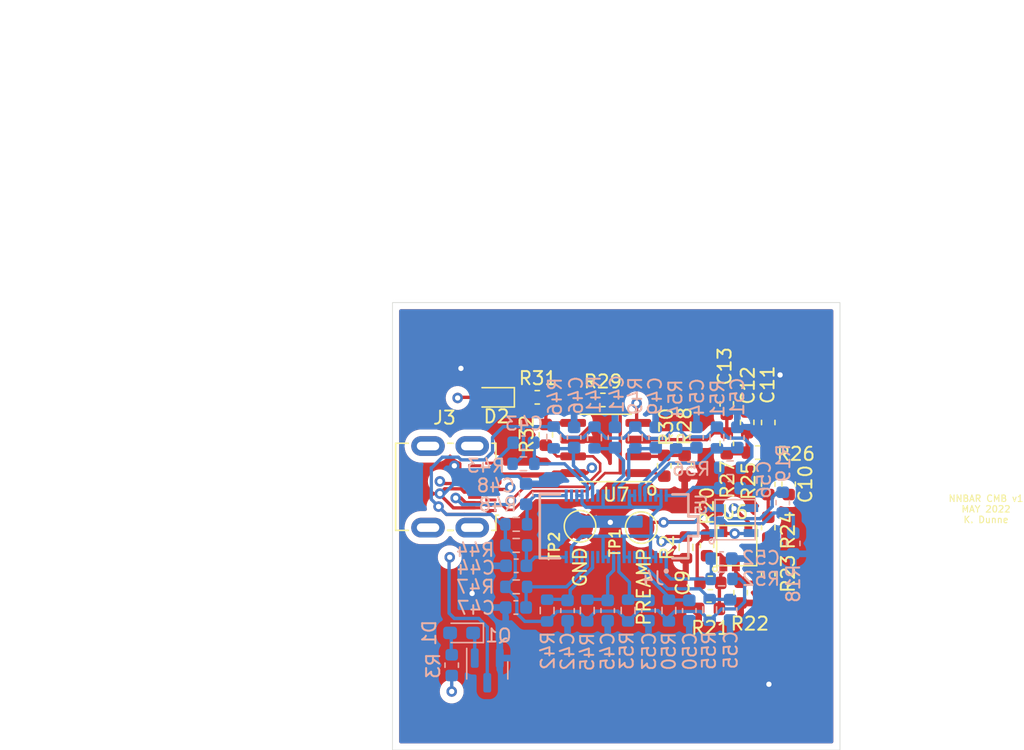
<source format=kicad_pcb>
(kicad_pcb (version 20211014) (generator pcbnew)
  (layers (0 "F.Cu" signal) (1 "In1.Cu" power) (2 "In2.Cu" power) (31 "B.Cu" signal) (34 "B.Paste" user) (35 "F.Paste" user) (36 "B.SilkS" user "B.Silkscreen") (37 "F.SilkS" user "F.Silkscreen") (38 "B.Mask" user) (39 "F.Mask" user) (44 "Edge.Cuts" user))
  (net 0 "")
  (net 1 "GND")
  (net 2 "+48V")
  (net 3 "/ka1")
  (net 4 "/-5V")
  (net 7 "/+5V")
  (net 9 "/anodes")
  (net 12 "/LED_ON")
  (net 17 "/SIPM_1_P")
  (net 18 "/SIPM_1_N")
  (net 20 "Net-(R28-Pad1)")
  (net 21 "Net-(C9-Pad1)")
  (net 22 "Net-(D1-Pad1)")
  (net 23 "Net-(D1-Pad2)")
  (net 24 "Net-(C9-Pad2)")
  (net 25 "Net-(C10-Pad1)")
  (net 26 "Net-(C11-Pad1)")
  (net 27 "Net-(C12-Pad1)")
  (net 28 "Net-(R18-Pad1)")
  (net 29 "Net-(R22-Pad1)")
  (net 30 "Net-(R23-Pad1)")
  (net 31 "/SIPM1/FILTER_OUT_1")
  (net 32 "Net-(R29-Pad1)")
  (net 33 "Net-(D2-Pad1)")
  (net 34 "/ka2")
  (net 35 "/ka3")
  (net 36 "/ka4")
  (net 37 "/kb1")
  (net 38 "/kb2")
  (net 39 "/kb3")
  (net 40 "/kb4")
  (net 41 "/kc1")
  (net 42 "/kc2")
  (net 43 "/kc3")
  (net 44 "/kc4")
  (net 45 "/kd1")
  (net 46 "/kd2")
  (net 47 "/kd3")
  (net 48 "/kd4")
  (footprint "Capacitor_SMD:C_0603_1608Metric" (layer "F.Cu") (at 124.15 121.3)
    (fp_text reference "C9")
    (fp_text value "20p")
  )
  (footprint "Resistor_SMD:R_0603_1608Metric" (layer "F.Cu") (at 123.9 118.45 -90)
    (fp_text reference "R20")
    (fp_text value "2200")
  )
  (footprint "Resistor_SMD:R_0603_1608Metric" (layer "F.Cu") (at 124.05 123.275 180)
    (fp_text reference "R21")
    (fp_text value "220")
  )
  (footprint "Resistor_SMD:R_0603_1608Metric" (layer "F.Cu") (at 126.45 122.0375 -90)
    (fp_text reference "R22")
    (fp_text value "1k")
  )
  (footprint "Resistor_SMD:R_0603_1608Metric" (layer "F.Cu") (at 122.2 112.4 -90)
    (fp_text reference "R28")
    (fp_text value "1k")
  )
  (footprint "Resistor_SMD:R_0603_1608Metric" (layer "F.Cu") (at 120.65 112.4 90)
    (fp_text reference "R30")
    (fp_text value "10k")
  )
  (footprint "Resistor_SMD:R_0603_1608Metric" (layer "F.Cu") (at 115.9875 107.4)
    (fp_text reference "R29")
    (fp_text value "100")
  )
  (footprint "nnbar-calo-prototype:OPA846" (layer "F.Cu") (at 125.137303 119.864698 90)
    (fp_text reference "U6")
    (fp_text value "OPAMP" hide)
  )
  (footprint "Package_SO:SOIC-8_3.9x4.9mm_P1.27mm" (layer "F.Cu") (at 116.2 111.05 180)
    (fp_text reference "U7")
    (fp_text value "AD8039")
  )
  (footprint "Capacitor_SMD:C_0603_1608Metric" (layer "F.Cu") (at 126.95 109.1 90)
    (fp_text reference "C12")
    (fp_text value "500p")
  )
  (footprint "Resistor_SMD:R_0603_1608Metric" (layer "F.Cu") (at 125.4 110.7 90)
    (fp_text reference "R27")
    (fp_text value "20")
  )
  (footprint "Resistor_SMD:R_0603_1608Metric" (layer "F.Cu") (at 127.75 111.4 180)
    (fp_text reference "R26")
    (fp_text value "20")
  )
  (footprint "Capacitor_SMD:C_0603_1608Metric" (layer "F.Cu") (at 128.55 109.1125 90)
    (fp_text reference "C11")
    (fp_text value "500p")
  )
  (footprint "Capacitor_SMD:C_0603_1608Metric" (layer "F.Cu") (at 125.4 107.7 90)
    (fp_text reference "C13")
    (fp_text value "500p")
  )
  (footprint "Resistor_SMD:R_0603_1608Metric" (layer "F.Cu") (at 128.55 117.1 90)
    (fp_text reference "R24")
    (fp_text value "20")
  )
  (footprint "Resistor_SMD:R_0603_1608Metric" (layer "F.Cu") (at 128.55 113.8 90)
    (fp_text reference "R25")
    (fp_text value "20")
  )
  (footprint "Resistor_SMD:R_0603_1608Metric" (layer "F.Cu") (at 128.55 120.6125 -90)
    (fp_text reference "R23")
    (fp_text value "18k")
  )
  (footprint "Capacitor_SMD:C_0603_1608Metric" (layer "F.Cu") (at 130.1 113.8 90)
    (fp_text reference "C10")
    (fp_text value "500p")
  )
  (footprint "Resistor_SMD:R_0603_1608Metric" (layer "F.Cu") (at 111.65 110.05 90)
    (fp_text reference "R32")
    (fp_text value "100")
  )
  (footprint "Resistor_SMD:R_0603_1608Metric" (layer "F.Cu") (at 111 107.2 180)
    (fp_text reference "R31")
    (fp_text value "100")
  )
  (footprint "Diode_SMD:D_0603_1608Metric_Pad1.05x0.95mm_HandSolder" (layer "F.Cu") (at 107.6 107.2 180)
    (fp_text reference "D2")
    (fp_text value "D_Zener")
  )
  (footprint "TestPoint:TestPoint_Pad_D2.0mm" (layer "F.Cu") (at 114.25 117 180)
    (fp_text reference "TP2")
    (fp_text value "GND")
  )
  (footprint "Connector_HDMI:HDMI_Micro-D_Molex_46765-1x01" (layer "F.Cu") (at 102.7 114 -90)
    (fp_text reference "J3")
    (fp_text value "Conn_01x15_Female")
  )
  (footprint "Resistor_SMD:R_0603_1608Metric" (layer "F.Cu") (at 122.3 118.6 90)
    (fp_text reference "R2")
    (fp_text value "R_LOAD")
  )
  (footprint "TestPoint:TestPoint_Pad_D2.0mm" (layer "F.Cu") (at 118.9 117.1 180)
    (fp_text reference "TP1")
    (fp_text value "PREAMP_OUT")
  )
  (footprint "Diode_SMD:D_0603_1608Metric_Pad1.05x0.95mm_HandSolder" (layer "B.Cu") (at 105.25 125.1 180)
    (fp_text reference "D1")
    (fp_text value "LED")
  )
  (footprint "Resistor_SMD:R_0603_1608Metric" (layer "B.Cu") (at 130.45 118.3 -90)
    (fp_text reference "R18")
    (fp_text value "51")
  )
  (footprint "Resistor_SMD:R_0603_1608Metric" (layer "B.Cu") (at 129.65 115.2 -90)
    (fp_text reference "R19")
    (fp_text value "1k")
  )
  (footprint "nnbar-calo-prototype:OPA846" (layer "B.Cu") (at 126.032302 116.496697)
    (fp_text reference "U5")
    (fp_text value "OPAMP" hide)
  )
  (footprint "Resistor_SMD:R_0603_1608Metric" (layer "B.Cu") (at 104.5 127.55 -90)
    (fp_text reference "R3")
    (fp_text value "R_Small")
  )
  (footprint "Capacitor_SMD:C_0603_1608Metric" (layer "B.Cu") (at 125.65 123.35 -90)
    (fp_text reference "C55")
    (fp_text value "C_Small")
  )
  (footprint "Resistor_SMD:R_0603_1608Metric" (layer "B.Cu") (at 115.35 110.25 -90)
    (fp_text reference "R41")
    (fp_text value "R_Small")
  )
  (footprint "Capacitor_SMD:C_0603_1608Metric" (layer "B.Cu") (at 113.3 123.4 -90)
    (fp_text reference "C42")
    (fp_text value "C_Small")
  )
  (footprint "Capacitor_SMD:C_0603_1608Metric" (layer "B.Cu") (at 122.55 123.4 -90)
    (fp_text reference "C50")
    (fp_text value "C_Small")
  )
  (footprint "Capacitor_SMD:C_0603_1608Metric" (layer "B.Cu") (at 113.8 110.25 90)
    (fp_text reference "C46")
    (fp_text value "C_Small")
  )
  (footprint "Resistor_SMD:R_0603_1608Metric" (layer "B.Cu") (at 121.55 110.25 -90)
    (fp_text reference "R54")
    (fp_text value "R_Small")
  )
  (footprint "Capacitor_SMD:C_0603_1608Metric" (layer "B.Cu") (at 109.95 110.65 180)
    (fp_text reference "C43")
    (fp_text value "C_Small")
  )
  (footprint "Resistor_SMD:R_0603_1608Metric" (layer "B.Cu") (at 111.75 123.4 90)
    (fp_text reference "R42")
    (fp_text value "R_Small")
  )
  (footprint "Resistor_SMD:R_0603_1608Metric" (layer "B.Cu") (at 112.25 110.25 -90)
    (fp_text reference "R46")
    (fp_text value "R_Small")
  )
  (footprint "Capacitor_SMD:C_0603_1608Metric" (layer "B.Cu") (at 116.35 123.4 -90)
    (fp_text reference "C45")
    (fp_text value "C_Small")
  )
  (footprint "Capacitor_SMD:C_0603_1608Metric" (layer "B.Cu") (at 123.1 110.25 90)
    (fp_text reference "C54")
    (fp_text value "C_Small")
  )
  (footprint "Package_TO_SOT_SMD:SOT-23" (layer "B.Cu") (at 107.2 127.95 -90)
    (fp_text reference "Q1")
    (fp_text value "BSR58")
  )
  (footprint "Capacitor_SMD:C_0603_1608Metric" (layer "B.Cu") (at 120 110.25 90)
    (fp_text reference "C49")
    (fp_text value "C_Small")
  )
  (footprint "Capacitor_SMD:C_0603_1608Metric" (layer "B.Cu") (at 110.15 114.55 90)
    (fp_text reference "C48")
    (fp_text value "C_Small")
  )
  (footprint "Resistor_SMD:R_0603_1608Metric" (layer "B.Cu") (at 124.1 123.35 90)
    (fp_text reference "R55")
    (fp_text value "R_Small")
  )
  (footprint "Resistor_SMD:R_0603_1608Metric" (layer "B.Cu") (at 109.4 118.45)
    (fp_text reference "R44")
    (fp_text value "R_Small")
  )
  (footprint "Capacitor_SMD:C_0603_1608Metric" (layer "B.Cu") (at 125 119.45)
    (fp_text reference "C52")
    (fp_text value "C_Small")
  )
  (footprint "Capacitor_SMD:C_0603_1608Metric" (layer "B.Cu") (at 125.65 114.1)
    (fp_text reference "C56")
    (fp_text value "C_Small")
  )
  (footprint "Resistor_SMD:R_0603_1608Metric" (layer "B.Cu") (at 109.95 112.25)
    (fp_text reference "R43")
    (fp_text value "R_Small")
  )
  (footprint "Capacitor_SMD:C_0603_1608Metric" (layer "B.Cu") (at 116.9 110.25 90)
    (fp_text reference "C41")
    (fp_text value "C_Small")
  )
  (footprint "Capacitor_SMD:C_0603_1608Metric" (layer "B.Cu") (at 126.2 110.25 90)
    (fp_text reference "C51")
    (fp_text value "C_Small")
  )
  (footprint "Resistor_SMD:R_0603_1608Metric" (layer "B.Cu") (at 109.4 116.85)
    (fp_text reference "R48")
    (fp_text value "R_Small")
  )
  (footprint "Resistor_SMD:R_0603_1608Metric" (layer "B.Cu") (at 118.45 110.25 -90)
    (fp_text reference "R49")
    (fp_text value "R_Small")
  )
  (footprint "Resistor_SMD:R_0603_1608Metric" (layer "B.Cu") (at 109.4 121.6)
    (fp_text reference "R47")
    (fp_text value "R_Small")
  )
  (footprint "Capacitor_SMD:C_0603_1608Metric" (layer "B.Cu") (at 109.4 120 180)
    (fp_text reference "C44")
    (fp_text value "C_Small")
  )
  (footprint "Capacitor_SMD:C_0603_1608Metric" (layer "B.Cu") (at 109.375 123.1675 180)
    (fp_text reference "C47")
    (fp_text value "C_Small")
  )
  (footprint "Resistor_SMD:R_0603_1608Metric" (layer "B.Cu") (at 125 121 180)
    (fp_text reference "R52")
    (fp_text value "R_Small")
  )
  (footprint "Resistor_SMD:R_0603_1608Metric" (layer "B.Cu") (at 117.9 123.4 90)
    (fp_text reference "R53")
    (fp_text value "R_Small")
  )
  (footprint "Resistor_SMD:R_0603_1608Metric" (layer "B.Cu") (at 114.8 123.4 90)
    (fp_text reference "R45")
    (fp_text value "R_Small")
  )
  (footprint "Resistor_SMD:R_0603_1608Metric" (layer "B.Cu") (at 121 123.4 90)
    (fp_text reference "R50")
    (fp_text value "R_Small")
  )
  (footprint "SS4-20-3:SAMTEC_SS4-20-3.00-X-D-K-TR" (layer "B.Cu") (at 117 117)
    (fp_text reference "J4")
    (fp_text value "SS4-20-3.00-X-D-K-TR")
  )
  (footprint "Resistor_SMD:R_0603_1608Metric" (layer "B.Cu") (at 124.65 110.25 -90)
    (fp_text reference "R51")
    (fp_text value "R_Small")
  )
  (footprint "Capacitor_SMD:C_0603_1608Metric" (layer "B.Cu") (at 119.45 123.4 -90)
    (fp_text reference "C53")
    (fp_text value "C_Small")
  )
  (footprint "Resistor_SMD:R_0603_1608Metric" (layer "B.Cu") (at 125.65 112.55 180)
    (fp_text reference "R56")
    (fp_text value "R_Small")
  )
  (gr_rect (start 100 100) (end 134 134) (layer "Edge.Cuts") (width 0.05) (fill none))
  (gr_text "NNBAR CMB v1\nMAY 2022\nK. Dunne" (at 145.094 115.694) (layer "F.SilkS") (effects (font (size 0.5 0.5) (thickness 0.08))))
  (gr_text "o" (at 119.7 114.15) (layer "F.SilkS") (effects (font (size 1 1))))
  (gr_text "GND" (at 114.25 120.1 90) (layer "F.SilkS") (effects (font (size 1 1))))
  (gr_text "PREAMP" (at 119.1 121.6 90) (layer "F.SilkS") (effects (font (size 1 1))))
  (segment (start 106.25 113.2) (end 106.25 113.6) (width 0.254) (layer "F.Cu") (net 1))
  (segment (start 103.964308 114.151511) (end 103.6015 114.514319) (width 0.25) (layer "F.Cu") (net 1))
  (segment (start 106.95 113.4) (end 107.475 113.4) (width 0.254) (layer "F.Cu") (net 1))
  (segment (start 106.25 115.6) (end 104.628623 115.6) (width 0.25) (layer "F.Cu") (net 1))
  (segment (start 105.45 114.4) (end 106.25 114.4) (width 0.25) (layer "F.Cu") (net 1))
  (segment (start 116 108.412835) (end 116 106.2) (width 0.25) (layer "F.Cu") (net 1))
  (segment (start 113.725 110.415) (end 113.997835 110.415) (width 0.25) (layer "F.Cu") (net 1))
  (segment (start 105.201511 114.151511) (end 105.45 114.4) (width 0.25) (layer "F.Cu") (net 1))
  (segment (start 104.628623 115.6) (end 103.6015 114.572877) (width 0.25) (layer "F.Cu") (net 1))
  (segment (start 103.6015 114.572877) (end 103.6015 114.514319) (width 0.25) (layer "F.Cu") (net 1))
  (segment (start 114.565 110.415) (end 113.725 110.415) (width 0.25) (layer "F.Cu") (net 1))
  (segment (start 107.475 113) (end 107.475 113.4) (width 0.254) (layer "F.Cu") (net 1))
  (segment (start 106.25 113.2) (end 105.5 113.2) (width 0.254) (layer "F.Cu") (net 1))
  (segment (start 106.75 113.6) (end 106.95 113.4) (width 0.254) (layer "F.Cu") (net 1))
  (segment (start 105.5 113.2) (end 104.7 112.4) (width 0.254) (layer "F.Cu") (net 1))
  (segment (start 113.997835 110.415) (end 116 108.412835) (width 0.25) (layer "F.Cu") (net 1))
  (segment (start 105.201511 114.151511) (end 103.964308 114.151511) (width 0.25) (layer "F.Cu") (net 1))
  (via (at 128.6 129) (size 0.8) (drill 0.4) (layers "F.Cu" "B.Cu") (net 1))
  (via (at 103.6015 114.514319) (size 0.8) (drill 0.4) (layers "F.Cu" "B.Cu") (net 1))
  (via (at 105.2 105) (size 0.8) (drill 0.4) (layers "F.Cu" "B.Cu") (net 1))
  (via (at 106.05 122.1) (size 0.8) (drill 0.4) (layers "F.Cu" "B.Cu") (net 1))
  (via (at 116.55 116.7) (size 0.8) (drill 0.4) (layers "F.Cu" "B.Cu") (net 1))
  (via (at 129.45 105.5) (size 0.8) (drill 0.4) (layers "F.Cu" "B.Cu") (net 1))
  (via (at 104.7 112.4) (size 0.8) (drill 0.4) (layers "F.Cu" "B.Cu") (net 1))
  (segment (start 110.15 113.775) (end 109.575 113.2) (width 0.25) (layer "B.Cu") (net 1))
  (segment (start 103.6015 114.514319) (end 103.935681 114.514319) (width 0.25) (layer "B.Cu") (net 1))
  (segment (start 109.575 113.2) (end 107.95 113.2) (width 0.25) (layer "B.Cu") (net 1))
  (segment (start 107.95 113.2) (end 107.95 111.95) (width 0.25) (layer "B.Cu") (net 1))
  (segment (start 107.95 111.95) (end 109.175 110.725) (width 0.25) (layer "B.Cu") (net 1))
  (segment (start 103.935681 114.514319) (end 104.9 113.55) (width 0.25) (layer "B.Cu") (net 1))
  (segment (start 110.375 113.725) (end 110.1 113.725) (width 0.25) (layer "B.Cu") (net 1))
  (segment (start 109.175 110.725) (end 109.175 110.65) (width 0.25) (layer "B.Cu") (net 1))
  (segment (start 104.09848 116.09848) (end 103.5 115.5) (width 0.25) (layer "F.Cu") (net 2))
  (segment (start 107.475 115.8) (end 107.17652 116.09848) (width 0.25) (layer "F.Cu") (net 2))
  (segment (start 105.45152 116.09848) (end 104.09848 116.09848) (width 0.25) (layer "F.Cu") (net 2))
  (segment (start 107.17652 116.09848) (end 105.45152 116.09848) (width 0.25) (layer "F.Cu") (net 2))
  (via (at 103.5 115.5) (size 0.8) (drill 0.4) (layers "F.Cu" "B.Cu") (net 2))
  (segment (start 124.65 109.425) (end 125.525 110.3) (width 0.254) (layer "B.Cu") (net 2))
  (segment (start 109.975 109.425) (end 110.575 109.425) (width 0.25) (layer "B.Cu") (net 2))
  (segment (start 123.875 110.2) (end 124.65 109.425) (width 0.254) (layer "B.Cu") (net 2))
  (segment (start 108.575 121.6) (end 109.44848 122.47348) (width 0.25) (layer "B.Cu") (net 2))
  (segment (start 120.65352 110.32148) (end 121.55 109.425) (width 0.254) (layer "B.Cu") (net 2))
  (segment (start 124.1 124.175) (end 124.99848 123.27652) (width 0.25) (layer "B.Cu") (net 2))
  (segment (start 102.991363 112.55) (end 103.792874 111.748489) (width 0.25) (layer "B.Cu") (net 2))
  (segment (start 111.75 124.225) (end 112.50152 123.47348) (width 0.25) (layer "B.Cu") (net 2))
  (segment (start 107.6 111.35) (end 107.6 110.25) (width 0.25) (layer "B.Cu") (net 2))
  (segment (start 118.45 109.425) (end 119.34648 110.32148) (width 0.254) (layer "B.Cu") (net 2))
  (segment (start 113.075 110.25) (end 112.25 109.425) (width 0.254) (layer "B.Cu") (net 2))
  (segment (start 103.5 115.5) (end 104.09848 116.09848) (width 0.25) (layer "B.Cu") (net 2))
  (segment (start 115.35 109.425) (end 114.525 110.25) (width 0.254) (layer "B.Cu") (net 2))
  (segment (start 114.12348 123.47348) (end 114.85 124.2) (width 0.25) (layer "B.Cu") (net 2))
  (segment (start 109.32652 120.84848) (end 109.32652 119.20152) (width 0.25) (layer "B.Cu") (net 2))
  (segment (start 120.175 123.4) (end 121 124.225) (width 0.25) (layer "B.Cu") (net 2))
  (segment (start 103.5 115.5) (end 102.95 114.95) (width 0.25) (layer "B.Cu") (net 2))
  (segment (start 126.22348 123.27652) (end 126.75 122.75) (width 0.25) (layer "B.Cu") (net 2))
  (segment (start 109.44848 122.47348) (end 109.44848 123.614881) (width 0.25) (layer "B.Cu") (net 2))
  (segment (start 121.55 109.425) (end 122.325 110.2) (width 0.254) (layer "B.Cu") (net 2))
  (segment (start 115.35 109.425) (end 116.225 110.3) (width 0.254) (layer "B.Cu") (net 2))
  (segment (start 109.125 112.25) (end 109.3 112.25) (width 0.25) (layer "B.Cu") (net 2))
  (segment (start 112.50152 123.47348) (end 114.12348 123.47348) (width 0.25) (layer "B.Cu") (net 2))
  (segment (start 109.95 111.6) (end 109.95 109.45) (width 0.25) (layer "B.Cu") (net 2))
  (segment (start 108.25 116.85) (end 108.575 116.85) (width 0.25) (layer "B.Cu") (net 2))
  (segment (start 110.058599 124.225) (end 111.75 124.225) (width 0.25) (layer "B.Cu") (net 2))
  (segment (start 117.125 123.45) (end 117.9 124.225) (width 0.25) (layer "B.Cu") (net 2))
  (segment (start 124.99848 123.27652) (end 126.22348 123.27652) (width 0.25) (layer "B.Cu") (net 2))
  (segment (start 110.575 109.425) (end 112.25 109.425) (width 0.25) (layer "B.Cu") (net 2))
  (segment (start 108.575 121.6) (end 109.32652 120.84848) (width 0.25) (layer "B.Cu") (net 2))
  (segment (start 122.325 110.2) (end 123.875 110.2) (width 0.254) (layer "B.Cu") (net 2))
  (segment (start 121 123.9) (end 121.42652 123.47348) (width 0.25) (layer "B.Cu") (net 2))
  (segment (start 116.225 110.3) (end 117.575 110.3) (width 0.254) (layer "B.Cu") (net 2))
  (segment (start 121.42652 123.47348) (end 123.39848 123.47348) (width 0.25) (layer "B.Cu") (net 2))
  (segment (start 108.425 109.425) (end 109.975 109.425) (width 0.25) (layer "B.Cu") (net 2))
  (segment (start 126.4 121) (end 125.825 121) (width 0.25) (layer "B.Cu") (net 2))
  (segment (start 126.75 122.75) (end 126.75 121.35) (width 0.25) (layer "B.Cu") (net 2))
  (segment (start 127.3 110.9) (end 127.3 111.725) (width 0.254) (layer "B.Cu") (net 2))
  (segment (start 103.792874 111.748489) (end 104.998489 111.748489) (width 0.25) (layer "B.Cu") (net 2))
  (segment (start 115.45 123.45) (end 117.125 123.45) (width 0.25) (layer "B.Cu") (net 2))
  (segment (start 114.8 124.225) (end 114.8 124.1) (width 0.25) (layer "B.Cu") (net 2))
  (segment (start 121 124.225) (end 121 123.9) (width 0.25) (layer "B.Cu") (net 2))
  (segment (start 126.75 121.35) (end 126.4 121) (width 0.25) (layer "B.Cu") (net 2))
  (segment (start 108.575 118.45) (end 108.575 116.85) (width 0.25) (layer "B.Cu") (net 2))
  (segment (start 102.95 114.95) (end 102.95 112.55) (width 0.25) (layer "B.Cu") (net 2))
  (segment (start 117.575 110.3) (end 118.45 109.425) (width 0.254) (layer "B.Cu") (net 2))
  (segment (start 109.44848 123.614881) (end 110.058599 124.225) (width 0.25) (layer "B.Cu") (net 2))
  (segment (start 109.3 112.25) (end 109.95 111.6) (width 0.25) (layer "B.Cu") (net 2))
  (segment (start 118.725 123.4) (end 120.175 123.4) (width 0.25) (layer "B.Cu") (net 2))
  (segment (start 123.39848 123.47348) (end 124.1 124.175) (width 0.25) (layer "B.Cu") (net 2))
  (segment (start 126.7 110.3) (end 127.3 110.9) (width 0.254) (layer "B.Cu") (net 2))
  (segment (start 102.95 112.55) (end 102.991363 112.55) (width 0.25) (layer "B.Cu") (net 2))
  (segment (start 114.8 124.1) (end 115.45 123.45) (width 0.25) (layer "B.Cu") (net 2))
  (segment (start 105.2 111.95) (end 107 111.95) (width 0.25) (layer "B.Cu") (net 2))
  (segment (start 127.3 111.725) (end 126.475 112.55) (width 0.254) (layer "B.Cu") (net 2))
  (segment (start 109.95 109.45) (end 109.975 109.425) (width 0.25) (layer "B.Cu") (net 2))
  (segment (start 104.09848 116.09848) (end 107.49848 116.09848) (width 0.25) (layer "B.Cu") (net 2))
  (segment (start 119.34648 110.32148) (end 120.65352 110.32148) (width 0.254) (layer "B.Cu") (net 2))
  (segment (start 125.525 110.3) (end 126.7 110.3) (width 0.254) (layer "B.Cu") (net 2))
  (segment (start 107.49848 116.09848) (end 108.25 116.85) (width 0.25) (layer "B.Cu") (net 2))
  (segment (start 104.998489 111.748489) (end 105.2 111.95) (width 0.25) (layer "B.Cu") (net 2))
  (segment (start 107 111.95) (end 107.6 111.35) (width 0.25) (layer "B.Cu") (net 2))
  (segment (start 117.9 124.225) (end 118.725 123.4) (width 0.25) (layer "B.Cu") (net 2))
  (segment (start 107.6 110.25) (end 108.425 109.425) (width 0.25) (layer "B.Cu") (net 2))
  (segment (start 109.32652 119.20152) (end 108.575 118.45) (width 0.25) (layer "B.Cu") (net 2))
  (segment (start 114.525 110.25) (end 113.075 110.25) (width 0.254) (layer "B.Cu") (net 2))
  (segment (start 115.35 111.1) (end 116.75 111.1) (width 0.254) (layer "B.Cu") (net 3))
  (segment (start 117.55 113.15) (end 116.8 113.9) (width 0.254) (layer "B.Cu") (net 3))
  (segment (start 117.55 112) (end 117.55 113.15) (width 0.254) (layer "B.Cu") (net 3))
  (segment (start 116.725 111.175) (end 117.55 112) (width 0.254) (layer "B.Cu") (net 3))
  (segment (start 116.8 113.9) (end 116.8 114.665) (width 0.254) (layer "B.Cu") (net 3))
  (segment (start 127.037303 116.687303) (end 127.037303 117.264698) (width 0.25) (layer "F.Cu") (net 4))
  (segment (start 108.8 114.2) (end 108.95 114.05) (width 0.254) (layer "F.Cu") (net 4))
  (segment (start 106.725 107.2) (end 105 107.2) (width 0.254) (layer "F.Cu") (net 4))
  (segment (start 127.037303 116.687303) (end 126 115.65) (width 0.25) (layer "F.Cu") (net 4))
  (segment (start 107.475 114.2) (end 108.8 114.2) (width 0.254) (layer "F.Cu") (net 4))
  (segment (start 126 115.65) (end 125.95 115.65) (width 0.25) (layer "F.Cu") (net 4))
  (segment (start 118.55 109.02) (end 118.675 109.145) (width 0.25) (layer "F.Cu") (net 4))
  (segment (start 118.55 107.65) (end 118.55 109.02) (width 0.25) (layer "F.Cu") (net 4))
  (segment (start 106.7 107.225) (end 106.725 107.2) (width 0.254) (layer "F.Cu") (net 4))
  (segment (start 105 107.2) (end 104.95 107.25) (width 0.254) (layer "F.Cu") (net 4))
  (via (at 108.95 114.05) (size 0.8) (drill 0.4) (layers "F.Cu" "B.Cu") (net 4))
  (via (at 104.95 107.25) (size 0.8) (drill 0.4) (layers "F.Cu" "B.Cu") (net 4))
  (via (at 125.95 115.65) (size 0.8) (drill 0.4) (layers "F.Cu" "B.Cu") (net 4))
  (via (at 118.55 107.65) (size 0.8) (drill 0.4) (layers "F.Cu" "B.Cu") (net 4))
  (segment (start 125.987303 115.612697) (end 125.95 115.65) (width 0.25) (layer "B.Cu") (net 4))
  (segment (start 127.235302 115.612697) (end 125.987303 115.612697) (width 0.25) (layer "B.Cu") (net 4))
  (segment (start 108.05 113.8) (end 108.1 113.75) (width 0.254) (layer "F.Cu") (net 7))
  (segment (start 126 117.55) (end 125.422605 117.55) (width 0.25) (layer "F.Cu") (net 7))
  (segment (start 107.475 113.8) (end 108.05 113.8) (width 0.254) (layer "F.Cu") (net 7))
  (segment (start 108.153511 113.696489) (end 108.153511 113.1) (width 0.254) (layer "F.Cu") (net 7))
  (segment (start 115.15 112.55) (end 114.745 112.955) (width 0.25) (layer "F.Cu") (net 7))
  (segment (start 108.1 113.75) (end 108.153511 113.696489) (width 0.254) (layer "F.Cu") (net 7))
  (segment (start 114.745 112.955) (end 113.725 112.955) (width 0.25) (layer "F.Cu") (net 7))
  (segment (start 112.295 112.955) (end 113.725 112.955) (width 0.4) (layer "F.Cu") (net 7))
  (segment (start 125.422605 117.55) (end 125.137303 117.264698) (width 0.25) (layer "F.Cu") (net 7))
  (segment (start 112.15 113.1) (end 112.295 112.955) (width 0.4) (layer "F.Cu") (net 7))
  (segment (start 108.226511 113.1) (end 112.15 113.1) (width 0.4) (layer "F.Cu") (net 7))
  (via (at 115.15 112.55) (size 0.8) (drill 0.4) (layers "F.Cu" "B.Cu") (net 7))
  (via (at 104.5 129.55) (size 0.8) (drill 0.4) (layers "F.Cu" "B.Cu") (net 7))
  (via (at 126 117.55) (size 0.8) (drill 0.4) (layers "F.Cu" "B.Cu") (net 7))
  (segment (start 126 117.55) (end 127.197999 117.55) (width 0.25) (layer "B.Cu") (net 7))
  (segment (start 127.197999 117.55) (end 127.235302 117.512697) (width 0.25) (layer "B.Cu") (net 7))
  (segment (start 104.5 128.3375) (end 104.5 129.55) (width 0.254) (layer "B.Cu") (net 7))
  (segment (start 120.825 117.775) (end 120.45 118.15) (width 0.254) (layer "F.Cu") (net 9))
  (segment (start 122.3 117.775) (end 120.825 117.775) (width 0.254) (layer "F.Cu") (net 9))
  (via (at 120.45 118.15) (size 0.8) (drill 0.4) (layers "F.Cu" "B.Cu") (net 9))
  (segment (start 119.6 119.335) (end 120 119.335) (width 0.254) (layer "B.Cu") (net 9))
  (segment (start 117.6 117.8) (end 117.65 117.75) (width 0.254) (layer "B.Cu") (net 9))
  (segment (start 121.825394 118.15) (end 120.45 118.15) (width 0.254) (layer "B.Cu") (net 9))
  (segment (start 114.4 115.25) (end 114.4 114.665) (width 0.254) (layer "B.Cu") (net 9))
  (segment (start 116 115.45) (end 116.1 115.55) (width 0.254) (layer "B.Cu") (net 9))
  (segment (start 117.6 119.335) (end 118 119.335) (width 0.254) (layer "B.Cu") (net 9))
  (segment (start 117.6 119.335) (end 117.6 117.8) (width 0.254) (layer "B.Cu") (net 9))
  (segment (start 119.65 117.75) (end 118.05 117.75) (width 0.254) (layer "B.Cu") (net 9))
  (segment (start 118.05 117.75) (end 117.65 117.75) (width 0.254) (layer "B.Cu") (net 9))
  (segment (start 121.825394 118.15) (end 122.462697 117.512697) (width 0.254) (layer "B.Cu") (net 9))
  (segment (start 113.6 119.335) (end 114 119.335) (width 0.254) (layer "B.Cu") (net 9))
  (segment (start 120.35 115.55) (end 119.65 116.25) (width 0.254) (layer "B.Cu") (net 9))
  (segment (start 116 114.665) (end 116.4 114.665) (width 0.254) (layer "B.Cu") (net 9))
  (segment (start 117.65 117.75) (end 116 117.75) (width 0.254) (layer "B.Cu") (net 9))
  (segment (start 114.4 117.75) (end 113.6 118.55) (width 0.254) (layer "B.Cu") (net 9))
  (segment (start 116 117.75) (end 114.4 117.75) (width 0.254) (layer "B.Cu") (net 9))
  (segment (start 120.4 115.5) (end 120.35 115.55) (width 0.254) (layer "B.Cu") (net 9))
  (segment (start 116 119.335) (end 116.4 119.335) (width 0.254) (layer "B.Cu") (net 9))
  (segment (start 120 114.665) (end 120.4 114.665) (width 0.254) (layer "B.Cu") (net 9))
  (segment (start 119.65 116.25) (end 119.65 117.75) (width 0.254) (layer "B.Cu") (net 9))
  (segment (start 113.6 118.55) (end 113.6 119.335) (width 0.254) (layer "B.Cu") (net 9))
  (segment (start 118 114.665) (end 118 115.35) (width 0.254) (layer "B.Cu") (net 9))
  (segment (start 114.7 115.55) (end 114.4 115.25) (width 0.254) (layer "B.Cu") (net 9))
  (segment (start 120.4 114.665) (end 120.4 115.5) (width 0.254) (layer "B.Cu") (net 9))
  (segment (start 114 114.665) (end 114.4 114.665) (width 0.254) (layer "B.Cu") (net 9))
  (segment (start 116 119.335) (end 116 117.75) (width 0.254) (layer "B.Cu") (net 9))
  (segment (start 116.1 115.55) (end 114.7 115.55) (width 0.254) (layer "B.Cu") (net 9))
  (segment (start 119.65 117.75) (end 120.05 117.75) (width 0.254) (layer "B.Cu") (net 9))
  (segment (start 118 114.665) (end 118.4 114.665) (width 0.254) (layer "B.Cu") (net 9))
  (segment (start 122.462697 117.512697) (end 124.635302 117.512697) (width 0.254) (layer "B.Cu") (net 9))
  (segment (start 120.05 117.75) (end 120.45 118.15) (width 0.254) (layer "B.Cu") (net 9))
  (segment (start 118 115.35) (end 118.2 115.55) (width 0.254) (layer "B.Cu") (net 9))
  (segment (start 117.95 115.55) (end 116.1 115.55) (width 0.254) (layer "B.Cu") (net 9))
  (segment (start 116 114.665) (end 116 115.45) (width 0.254) (layer "B.Cu") (net 9))
  (segment (start 120.35 115.55) (end 118.2 115.55) (width 0.254) (layer "B.Cu") (net 9))
  (segment (start 118.2 115.55) (end 117.95 115.55) (width 0.254) (layer "B.Cu") (net 9))
  (segment (start 119.6 117.8) (end 119.65 117.75) (width 0.254) (layer "B.Cu") (net 9))
  (segment (start 119.6 119.335) (end 119.6 117.8) (width 0.254) (layer "B.Cu") (net 9))
  (segment (start 104.1 113.75) (end 103.763684 113.75) (width 0.25) (layer "F.Cu") (net 12))
  (segment (start 106.25 114) (end 105.6 114) (width 0.25) (layer "F.Cu") (net 12))
  (segment (start 105.6 114) (end 105.35 113.75) (width 0.25) (layer "F.Cu") (net 12))
  (segment (start 105.35 113.75) (end 104.1 113.75) (width 0.25) (layer "F.Cu") (net 12))
  (segment (start 103.763684 113.75) (end 103.6015 113.587816) (width 0.25) (layer "F.Cu") (net 12))
  (via (at 104.35 119.35) (size 0.8) (drill 0.4) (layers "F.Cu" "B.Cu") (net 12))
  (via (at 103.6015 113.587816) (size 0.8) (drill 0.4) (layers "F.Cu" "B.Cu") (net 12))
  (segment (start 107.2 124.65) (end 107.2 128.8875) (width 0.254) (layer "B.Cu") (net 12))
  (segment (start 104.7 124) (end 106.55 124) (width 0.254) (layer "B.Cu") (net 12))
  (segment (start 104.3 119.4) (end 104.3 123.6) (width 0.254) (layer "B.Cu") (net 12))
  (segment (start 104.35 119.35) (end 104.3 119.4) (width 0.254) (layer "B.Cu") (net 12))
  (segment (start 106.55 124) (end 107.2 124.65) (width 0.254) (layer "B.Cu") (net 12))
  (segment (start 104.3 123.6) (end 104.7 124) (width 0.254) (layer "B.Cu") (net 12))
  (segment (start 117.305 111.857835) (end 117.305 107.93) (width 0.25) (layer "F.Cu") (net 17))
  (segment (start 120.005 112.955) (end 118.675 112.955) (width 0.2) (layer "F.Cu") (net 17))
  (segment (start 109.186021 115.75) (end 110.609501 114.32652) (width 0.2) (layer "F.Cu") (net 17))
  (segment (start 108.7 115.75) (end 109.186021 115.75) (width 0.2) (layer "F.Cu") (net 17))
  (segment (start 117.305 111.857835) (end 117.305 112.955) (width 0.25) (layer "F.Cu") (net 17))
  (segment (start 107.475 115.4) (end 108.35 115.4) (width 0.2) (layer "F.Cu") (net 17))
  (segment (start 110.609501 114.32652) (end 114.77348 114.32652) (width 0.2) (layer "F.Cu") (net 17))
  (segment (start 117.305 112.955) (end 118.675 112.955) (width 0.2) (layer "F.Cu") (net 17))
  (segment (start 120.65 113.1875) (end 120.2375 113.1875) (width 0.2) (layer "F.Cu") (net 17))
  (segment (start 116.145 112.955) (end 117.305 112.955) (width 0.2) (layer "F.Cu") (net 17))
  (segment (start 118.675 112.955) (end 118.645 112.955) (width 0.2) (layer "F.Cu") (net 17))
  (segment (start 108.35 115.4) (end 108.7 115.75) (width 0.2) (layer "F.Cu") (net 17))
  (segment (start 117.305 107.93) (end 116.775 107.4) (width 0.25) (layer "F.Cu") (net 17))
  (segment (start 114.77348 114.32652) (end 116.145 112.955) (width 0.2) (layer "F.Cu") (net 17))
  (segment (start 120.2375 113.1875) (end 120.005 112.955) (width 0.2) (layer "F.Cu") (net 17))
  (segment (start 115.235 111.685) (end 115.776511 112.226511) (width 0.2) (layer "F.Cu") (net 18))
  (segment (start 110.05 114) (end 109 115.05) (width 0.2) (layer "F.Cu") (net 18))
  (segment (start 113.725 111.685) (end 112.4975 111.685) (width 0.2) (layer "F.Cu") (net 18))
  (segment (start 113.725 111.685) (end 115.235 111.685) (width 0.2) (layer "F.Cu") (net 18))
  (segment (start 105.55 115.2) (end 105.2 114.85) (width 0.25) (layer "F.Cu") (net 18))
  (segment (start 114.586021 114) (end 110.05 114) (width 0.2) (layer "F.Cu") (net 18))
  (segment (start 112.4975 111.685) (end 111.65 110.8375) (width 0.2) (layer "F.Cu") (net 18))
  (segment (start 115.776511 112.226511) (end 115.776511 112.80951) (width 0.2) (layer "F.Cu") (net 18))
  (segment (start 105.2 114.85) (end 104.8 114.85) (width 0.25) (layer "F.Cu") (net 18))
  (segment (start 106.25 115.2) (end 105.55 115.2) (width 0.25) (layer "F.Cu") (net 18))
  (segment (start 115.776511 112.80951) (end 114.586021 114) (width 0.2) (layer "F.Cu") (net 18))
  (via (at 104.8 114.85) (size 0.8) (drill 0.4) (layers "F.Cu" "B.Cu") (net 18))
  (via (at 109 115.05) (size 0.8) (drill 0.4) (layers "F.Cu" "B.Cu") (net 18))
  (segment (start 104.8 114.85) (end 105.29544 115.34544) (width 0.25) (layer "B.Cu") (net 18))
  (segment (start 108.70456 115.34544) (end 109 115.05) (width 0.25) (layer "B.Cu") (net 18))
  (segment (start 105.29544 115.34544) (end 108.70456 115.34544) (width 0.25) (layer "B.Cu") (net 18))
  (segment (start 120.65 111.6125) (end 122.2 111.6125) (width 0.254) (layer "F.Cu") (net 20))
  (segment (start 118.675 111.685) (end 120.5775 111.685) (width 0.254) (layer "F.Cu") (net 20))
  (segment (start 120.5775 111.685) (end 120.65 111.6125) (width 0.254) (layer "F.Cu") (net 20))
  (segment (start 123.15 118.4125) (end 123.15 121.0875) (width 0.254) (layer "F.Cu") (net 21))
  (segment (start 123.45 116.65) (end 120.65 116.65) (width 0.254) (layer "F.Cu") (net 21))
  (segment (start 120.65 116.65) (end 120.6 116.7) (width 0.254) (layer "F.Cu") (net 21))
  (segment (start 123.15 118.4125) (end 123.9 117.6625) (width 0.254) (layer "F.Cu") (net 21))
  (segment (start 123.15 121.0875) (end 123.3625 121.3) (width 0.254) (layer "F.Cu") (net 21))
  (segment (start 120.6 116.7) (end 119.3 116.7) (width 0.254) (layer "F.Cu") (net 21))
  (segment (start 123.9 117.1) (end 123.45 116.65) (width 0.254) (layer "F.Cu") (net 21))
  (segment (start 123.9 117.6625) (end 123.9 117.1) (width 0.254) (layer "F.Cu") (net 21))
  (segment (start 119.3 116.7) (end 118.9 117.1) (width 0.254) (layer "F.Cu") (net 21))
  (via (at 120.6 116.7) (size 0.8) (drill 0.4) (layers "F.Cu" "B.Cu") (net 21))
  (segment (start 128.85 114.8) (end 129.2375 114.4125) (width 0.254) (layer "B.Cu") (net 21))
  (segment (start 125.438813 116.300677) (end 125.557616 116.41948) (width 0.254) (layer "B.Cu") (net 21))
  (segment (start 125.438813 116.15) (end 125.438813 116.300677) (width 0.254) (layer "B.Cu") (net 21))
  (segment (start 124.635302 115.612697) (end 124.037303 115.612697) (width 0.254) (layer "B.Cu") (net 21))
  (segment (start 124.037303 115.612697) (end 122.95 116.7) (width 0.254) (layer "B.Cu") (net 21))
  (segment (start 128.85 115.5) (end 128.85 114.8) (width 0.254) (layer "B.Cu") (net 21))
  (segment (start 125.012697 115.612697) (end 124.635302 115.612697) (width 0.254) (layer "B.Cu") (net 21))
  (segment (start 122.95 116.7) (end 120.6 116.7) (width 0.254) (layer "B.Cu") (net 21))
  (segment (start 127.93052 116.41948) (end 128.85 115.5) (width 0.254) (layer "B.Cu") (net 21))
  (segment (start 129.2375 114.4125) (end 129.65 114.4125) (width 0.254) (layer "B.Cu") (net 21))
  (segment (start 125.557616 116.41948) (end 127.93052 116.41948) (width 0.254) (layer "B.Cu") (net 21))
  (segment (start 124.90151 115.612697) (end 125.438813 116.15) (width 0.254) (layer "B.Cu") (net 21))
  (segment (start 124.635302 115.612697) (end 124.90151 115.612697) (width 0.254) (layer "B.Cu") (net 21))
  (segment (start 106.25 127.0125) (end 106.25 125.3125) (width 0.254) (layer "B.Cu") (net 22))
  (segment (start 106.25 125.3125) (end 106.0375 125.1) (width 0.254) (layer "B.Cu") (net 22))
  (segment (start 104.4625 126.725) (end 104.5 126.7625) (width 0.254) (layer "B.Cu") (net 23))
  (segment (start 104.4625 125.1) (end 104.4625 126.725) (width 0.254) (layer "B.Cu") (net 23))
  (segment (start 124.8375 121.4) (end 124.9375 121.3) (width 0.254) (layer "F.Cu") (net 24))
  (segment (start 125.137303 120.462697) (end 124.9375 120.6625) (width 0.254) (layer "F.Cu") (net 24))
  (segment (start 125.137303 119.387303) (end 124.9 119.15) (width 0.254) (layer "F.Cu") (net 24))
  (segment (start 123.9875 119.15) (end 123.9 119.2375) (width 0.254) (layer "F.Cu") (net 24))
  (segment (start 125.137303 119.864698) (end 125.137303 120.462697) (width 0.254) (layer "F.Cu") (net 24))
  (segment (start 124.9375 120.6625) (end 124.9375 121.3) (width 0.254) (layer "F.Cu") (net 24))
  (segment (start 124.8375 123.275) (end 124.8375 121.4) (width 0.254) (layer "F.Cu") (net 24))
  (segment (start 124.9 119.15) (end 123.9875 119.15) (width 0.254) (layer "F.Cu") (net 24))
  (segment (start 125.137303 119.864698) (end 125.137303 119.387303) (width 0.254) (layer "F.Cu") (net 24))
  (segment (start 128.55 116.3125) (end 128.55 114.5875) (width 0.254) (layer "F.Cu") (net 25))
  (segment (start 128.55 114.5875) (end 130.05 114.5875) (width 0.254) (layer "F.Cu") (net 25))
  (segment (start 128.55 109.9) (end 128.55 111.3875) (width 0.254) (layer "F.Cu") (net 26))
  (segment (start 128.55 111.4125) (end 128.5375 111.4) (width 0.254) (layer "F.Cu") (net 26))
  (segment (start 128.55 111.3875) (end 128.5375 111.4) (width 0.254) (layer "F.Cu") (net 26))
  (segment (start 128.55 113.0125) (end 128.55 111.4125) (width 0.254) (layer "F.Cu") (net 26))
  (segment (start 125.4 111.4875) (end 126.875 111.4875) (width 0.254) (layer "F.Cu") (net 27))
  (segment (start 126.85 111.2875) (end 126.9625 111.4) (width 0.254) (layer "F.Cu") (net 27))
  (segment (start 126.95 109.9375) (end 126.95 111.2875) (width 0.254) (layer "F.Cu") (net 27))
  (segment (start 126.875 111.4875) (end 126.9625 111.4) (width 0.254) (layer "F.Cu") (net 27))
  (segment (start 128.15 116.8) (end 128.9625 115.9875) (width 0.254) (layer "B.Cu") (net 28))
  (segment (start 128.9625 115.9875) (end 129.65 115.9875) (width 0.254) (layer "B.Cu") (net 28))
  (segment (start 125.162697 116.562697) (end 125.4 116.8) (width 0.254) (layer "B.Cu") (net 28))
  (segment (start 130.45 116.25) (end 130.45 117.5125) (width 0.254) (layer "B.Cu") (net 28))
  (segment (start 124.635302 116.562697) (end 125.162697 116.562697) (width 0.254) (layer "B.Cu") (net 28))
  (segment (start 125.4 116.8) (end 128.15 116.8) (width 0.254) (layer "B.Cu") (net 28))
  (segment (start 130.1875 115.9875) (end 130.45 116.25) (width 0.254) (layer "B.Cu") (net 28))
  (segment (start 129.65 115.9875) (end 130.1875 115.9875) (width 0.254) (layer "B.Cu") (net 28))
  (segment (start 126.45 120.85) (end 126.087303 120.487303) (width 0.254) (layer "F.Cu") (net 29))
  (segment (start 126.45 121.25) (end 126.45 120.85) (width 0.254) (layer "F.Cu") (net 29))
  (segment (start 126.087303 120.487303) (end 126.087303 119.864698) (width 0.254) (layer "F.Cu") (net 29))
  (segment (start 128.4 121.25) (end 128.55 121.4) (width 0.254) (layer "F.Cu") (net 29))
  (segment (start 126.45 121.25) (end 128.4 121.25) (width 0.254) (layer "F.Cu") (net 29))
  (segment (start 128.55 119.825) (end 127.077001 119.825) (width 0.254) (layer "F.Cu") (net 30))
  (segment (start 127.077001 119.825) (end 127.037303 119.864698) (width 0.254) (layer "F.Cu") (net 30))
  (segment (start 128.55 117.8875) (end 128.55 119.825) (width 0.254) (layer "F.Cu") (net 30))
  (segment (start 123.885 110.415) (end 124.4 109.9) (width 0.254) (layer "F.Cu") (net 31))
  (segment (start 118.675 110.415) (end 123.885 110.415) (width 0.254) (layer "F.Cu") (net 31))
  (segment (start 124.4 109.9) (end 125.3875 109.9) (width 0.254) (layer "F.Cu") (net 31))
  (segment (start 125.4 108.4875) (end 125.4 109.9125) (width 0.254) (layer "F.Cu") (net 31))
  (segment (start 125.3875 109.9) (end 125.4 109.9125) (width 0.254) (layer "F.Cu") (net 31))
  (segment (start 111.8 108.4) (end 111.8 107.2125) (width 0.254) (layer "F.Cu") (net 32))
  (segment (start 113.725 107.825) (end 113.725 109.145) (width 0.25) (layer "F.Cu") (net 32))
  (segment (start 111.65 109.2625) (end 111.65 108.55) (width 0.254) (layer "F.Cu") (net 32))
  (segment (start 115.2 107.4) (end 114.15 107.4) (width 0.25) (layer "F.Cu") (net 32))
  (segment (start 111.7675 109.145) (end 111.65 109.2625) (width 0.254) (layer "F.Cu") (net 32))
  (segment (start 114.15 107.4) (end 113.725 107.825) (width 0.25) (layer "F.Cu") (net 32))
  (segment (start 111.65 108.55) (end 111.8 108.4) (width 0.254) (layer "F.Cu") (net 32))
  (segment (start 111.8 107.2125) (end 111.7875 107.2) (width 0.254) (layer "F.Cu") (net 32))
  (segment (start 113.725 109.145) (end 111.7675 109.145) (width 0.254) (layer "F.Cu") (net 32))
  (segment (start 110.2125 107.2) (end 108.475 107.2) (width 0.254) (layer "F.Cu") (net 33))
  (segment (start 113.5 122.55) (end 113.5 121.85) (width 0.254) (layer "B.Cu") (net 34))
  (segment (start 113.5 121.85) (end 115.2 120.15) (width 0.254) (layer "B.Cu") (net 34))
  (segment (start 115.2 120.15) (end 115.2 119.335) (width 0.254) (layer "B.Cu") (net 34))
  (segment (start 112.15 122.55) (end 113.5 122.55) (width 0.254) (layer "B.Cu") (net 34))
  (segment (start 110.775 112.25) (end 113.07485 112.25) (width 0.25) (layer "B.Cu") (net 35))
  (segment (start 114.468022 113.65) (end 114.8 113.981978) (width 0.25) (layer "B.Cu") (net 35))
  (segment (start 113.07485 112.25) (end 114.468022 113.643172) (width 0.25) (layer "B.Cu") (net 35))
  (segment (start 110.775 112.25) (end 110.775 110.7) (width 0.25) (layer "B.Cu") (net 35))
  (segment (start 110.775 110.7) (end 110.725 110.65) (width 0.25) (layer "B.Cu") (net 35))
  (segment (start 114.468022 113.643172) (end 114.468022 113.65) (width 0.25) (layer "B.Cu") (net 35))
  (segment (start 114.8 113.981978) (end 114.8 114.665) (width 0.25) (layer "B.Cu") (net 35))
  (segment (start 110.175 120) (end 110.175 118.5) (width 0.25) (layer "B.Cu") (net 36))
  (segment (start 110.8285 119.3465) (end 110.175 120) (width 0.254) (layer "B.Cu") (net 36))
  (segment (start 113.1885 119.3465) (end 110.8285 119.3465) (width 0.254) (layer "B.Cu") (net 36))
  (segment (start 113.2 119.335) (end 113.1885 119.3465) (width 0.254) (layer "B.Cu") (net 36))
  (segment (start 110.175 118.5) (end 110.225 118.45) (width 0.25) (layer "B.Cu") (net 36))
  (segment (start 116.35 120.8) (end 116.35 122.625) (width 0.25) (layer "B.Cu") (net 37))
  (segment (start 116.8 120.35) (end 116.35 120.8) (width 0.25) (layer "B.Cu") (net 37))
  (segment (start 116.8 119.335) (end 116.8 120.35) (width 0.25) (layer "B.Cu") (net 37))
  (segment (start 114.85 122.55) (end 116.25 122.55) (width 0.254) (layer "B.Cu") (net 37))
  (segment (start 113.75 111.1) (end 112.35 111.1) (width 0.254) (layer "B.Cu") (net 38))
  (segment (start 115.2 113.839842) (end 113.75 112.389842) (width 0.254) (layer "B.Cu") (net 38))
  (segment (start 115.2 113.839842) (end 115.2 114.665) (width 0.254) (layer "B.Cu") (net 38))
  (segment (start 113.75 111.175) (end 113.75 112.389842) (width 0.254) (layer "B.Cu") (net 38))
  (segment (start 114.8 120.011864) (end 113.211864 121.6) (width 0.254) (layer "B.Cu") (net 39))
  (segment (start 114.8 119.335) (end 114.8 120.011864) (width 0.254) (layer "B.Cu") (net 39))
  (segment (start 113.211864 121.6) (end 110.225 121.6) (width 0.254) (layer "B.Cu") (net 39))
  (segment (start 110.15 123.1675) (end 110.15 121.7325) (width 0.254) (layer "B.Cu") (net 39))
  (segment (start 110.15 115.325) (end 110.81 114.665) (width 0.25) (layer "B.Cu") (net 40))
  (segment (start 110.81 114.665) (end 113.2 114.665) (width 0.25) (layer "B.Cu") (net 40))
  (segment (start 110.225 115.4) (end 110.15 115.325) (width 0.25) (layer "B.Cu") (net 40))
  (segment (start 110.225 116.85) (end 110.225 115.4) (width 0.25) (layer "B.Cu") (net 40))
  (segment (start 117.95 113.3) (end 117.95 111.175) (width 0.25) (layer "B.Cu") (net 41))
  (segment (start 119.9 111.1) (end 118.5 111.1) (width 0.254) (layer "B.Cu") (net 41))
  (segment (start 117.2 114.05) (end 117.95 113.3) (width 0.25) (layer "B.Cu") (net 41))
  (segment (start 117.2 114.665) (end 117.2 114.05) (width 0.25) (layer "B.Cu") (net 41))
  (segment (start 120.586864 121.975) (end 118.8 120.188136) (width 0.254) (layer "B.Cu") (net 42))
  (segment (start 121.1 122.6) (end 122.5 122.6) (width 0.254) (layer "B.Cu") (net 42))
  (segment (start 121 122.575) (end 121 122.388136) (width 0.25) (layer "B.Cu") (net 42))
  (segment (start 121 122.388136) (end 120.586864 121.975) (width 0.25) (layer "B.Cu") (net 42))
  (segment (start 118.8 120.188136) (end 118.8 119.335) (width 0.254) (layer "B.Cu") (net 42))
  (segment (start 123.45 112.2) (end 121.05 112.2) (width 0.25) (layer "B.Cu") (net 43))
  (segment (start 124.75 111.1) (end 126.15 111.1) (width 0.254) (layer "B.Cu") (net 43))
  (segment (start 124.575 111.075) (end 123.45 112.2) (width 0.25) (layer "B.Cu") (net 43))
  (segment (start 121.05 112.2) (end 119.95 113.3) (width 0.25) (layer "B.Cu") (net 43))
  (segment (start 119.168511 114.633511) (end 119.2 114.665) (width 0.254) (layer "B.Cu") (net 43))
  (segment (start 124.65 111.075) (end 124.575 111.075) (width 0.25) (layer "B.Cu") (net 43))
  (segment (start 119.95 113.3) (end 119.168511 114.081489) (width 0.254) (layer "B.Cu") (net 43))
  (segment (start 119.168511 114.081489) (end 119.168511 114.633511) (width 0.254) (layer "B.Cu") (net 43))
  (segment (start 120.8 120.65) (end 120.8 119.335) (width 0.254) (layer "B.Cu") (net 44))
  (segment (start 124.225 120.95) (end 124.175 121) (width 0.254) (layer "B.Cu") (net 44))
  (segment (start 121.15 121) (end 120.8 120.65) (width 0.254) (layer "B.Cu") (net 44))
  (segment (start 124.175 121) (end 121.15 121) (width 0.254) (layer "B.Cu") (net 44))
  (segment (start 124.225 119.45) (end 124.225 120.95) (width 0.254) (layer "B.Cu") (net 44))
  (segment (start 117.2 120.45) (end 117.2 119.335) (width 0.254) (layer "B.Cu") (net 45))
  (segment (start 118.025 122.55) (end 119.375 122.55) (width 0.254) (layer "B.Cu") (net 45))
  (segment (start 118 121.25) (end 117.2 120.45) (width 0.254) (layer "B.Cu") (net 45))
  (segment (start 118 121.25) (end 118 122.475) (width 0.254) (layer "B.Cu") (net 45))
  (segment (start 118 122.475) (end 117.9 122.575) (width 0.254) (layer "B.Cu") (net 45))
  (segment (start 120.75 111.961864) (end 120.75 111.95) (width 0.254) (layer "B.Cu") (net 46))
  (segment (start 121.55 111.15) (end 121.55 111.075) (width 0.254) (layer "B.Cu") (net 46))
  (segment (start 120.75 111.95) (end 121.55 111.15) (width 0.254) (layer "B.Cu") (net 46))
  (segment (start 118.787991 113.923873) (end 120.75 111.961864) (width 0.254) (layer "B.Cu") (net 46))
  (segment (start 121.55 111.1) (end 122.95 111.1) (width 0.254) (layer "B.Cu") (net 46))
  (segment (start 118.787991 114.665) (end 118.787991 113.923873) (width 0.254) (layer "B.Cu") (net 46))
  (segment (start 123.35 121.75) (end 120.9 121.75) (width 0.254) (layer "B.Cu") (net 47))
  (segment (start 120.9 121.75) (end 119.2 120.05) (width 0.254) (layer "B.Cu") (net 47))
  (segment (start 124.1 122.5) (end 123.35 121.75) (width 0.254) (layer "B.Cu") (net 47))
  (segment (start 124.2 122.55) (end 125.6 122.55) (width 0.254) (layer "B.Cu") (net 47))
  (segment (start 119.2 120.05) (end 119.2 119.335) (width 0.254) (layer "B.Cu") (net 47))
  (segment (start 124.1 122.525) (end 124.1 122.5) (width 0.254) (layer "B.Cu") (net 47))
  (segment (start 122.235 114.665) (end 120.8 114.665) (width 0.254) (layer "B.Cu") (net 48))
  (segment (start 122.85 114.05) (end 122.235 114.665) (width 0.254) (layer "B.Cu") (net 48))
  (segment (start 124.875 114.05) (end 122.85 114.05) (width 0.254) (layer "B.Cu") (net 48))
  (segment (start 124.875 112.65) (end 124.875 114.05) (width 0.254) (layer "B.Cu") (net 48))
  (zone (net 1) (net_name "GND") (layer "F.Cu") (connect_pads (clearance 0.508)) (min_thickness 0.254) (fill yes (thermal_gap 0.508) (thermal_bridge_width 0.508))
    (polygon (pts (xy 133.95 133.95) (xy 100.15 133.95) (xy 100.15 100.1) (xy 133.95 100.1)))
  )
  (zone (net 1) (net_name "GND") (layer "B.Cu") (connect_pads (clearance 0.508)) (min_thickness 0.254) (fill yes (thermal_gap 0.508) (thermal_bridge_width 0.508))
    (polygon (pts (xy 133.8 133.8) (xy 100.2 133.8) (xy 100.2 100.2) (xy 133.8 100.2)))
  )
)
</source>
